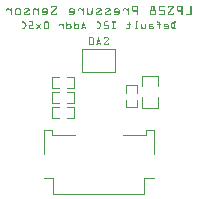
<source format=gbr>
%TF.GenerationSoftware,KiCad,Pcbnew,9.0.2*%
%TF.CreationDate,2025-05-19T10:14:33-04:00*%
%TF.ProjectId,lps28dfwBreakoutBoard,6c707332-3864-4667-9742-7265616b6f75,rev?*%
%TF.SameCoordinates,Original*%
%TF.FileFunction,Legend,Bot*%
%TF.FilePolarity,Positive*%
%FSLAX46Y46*%
G04 Gerber Fmt 4.6, Leading zero omitted, Abs format (unit mm)*
G04 Created by KiCad (PCBNEW 9.0.2) date 2025-05-19 10:14:33*
%MOMM*%
%LPD*%
G01*
G04 APERTURE LIST*
%ADD10C,0.093750*%
%ADD11C,0.200000*%
%ADD12C,0.120000*%
G04 APERTURE END LIST*
D10*
G36*
X140447291Y-102570527D02*
G01*
X140223442Y-102570527D01*
X140197383Y-102574121D01*
X140171753Y-102585182D01*
X140145819Y-102604874D01*
X140125286Y-102629643D01*
X140113265Y-102657017D01*
X140109182Y-102687993D01*
X140112449Y-102704924D01*
X140122234Y-102719042D01*
X140136250Y-102728667D01*
X140151177Y-102731728D01*
X140170846Y-102728889D01*
X140181402Y-102721882D01*
X140188609Y-102709618D01*
X140197018Y-102685245D01*
X140204291Y-102669968D01*
X140214989Y-102661441D01*
X140230083Y-102658455D01*
X140442665Y-102658455D01*
X140454785Y-102661224D01*
X140458053Y-102667980D01*
X140451412Y-102682223D01*
X140132217Y-103091131D01*
X140114774Y-103122301D01*
X140109182Y-103154420D01*
X140112263Y-103178747D01*
X140121416Y-103200900D01*
X140137118Y-103221557D01*
X140157096Y-103238061D01*
X140177627Y-103247418D01*
X140199354Y-103250500D01*
X140431445Y-103250500D01*
X140460766Y-103246676D01*
X140487205Y-103235339D01*
X140511633Y-103215878D01*
X140531060Y-103191197D01*
X140542083Y-103166073D01*
X140545705Y-103139766D01*
X140542547Y-103117939D01*
X140534233Y-103103911D01*
X140520894Y-103095403D01*
X140500597Y-103092230D01*
X140484482Y-103095330D01*
X140470921Y-103104641D01*
X140461646Y-103118168D01*
X140458602Y-103133675D01*
X140456209Y-103146243D01*
X140449123Y-103156435D01*
X140438565Y-103163184D01*
X140425309Y-103165503D01*
X140211123Y-103165503D01*
X140200472Y-103162587D01*
X140197293Y-103154741D01*
X140203933Y-103141415D01*
X140522624Y-102732781D01*
X140539626Y-102702000D01*
X140545156Y-102669263D01*
X140541967Y-102643822D01*
X140532548Y-102620971D01*
X140516488Y-102599974D01*
X140495849Y-102583502D01*
X140473050Y-102573820D01*
X140447291Y-102570527D01*
G37*
G36*
X139710500Y-102574228D02*
G01*
X139724422Y-102584747D01*
X139734071Y-102603363D01*
X139908277Y-103190599D01*
X139910842Y-103206444D01*
X139907743Y-103223570D01*
X139898569Y-103237723D01*
X139884723Y-103247250D01*
X139867290Y-103250500D01*
X139854537Y-103248652D01*
X139842744Y-103243081D01*
X139833501Y-103234962D01*
X139829921Y-103227464D01*
X139792002Y-103103954D01*
X139595769Y-103103954D01*
X139560918Y-103219267D01*
X139551937Y-103236752D01*
X139538127Y-103246859D01*
X139517916Y-103250500D01*
X139503111Y-103247443D01*
X139489752Y-103237952D01*
X139480529Y-103224093D01*
X139477433Y-103207452D01*
X139479494Y-103194675D01*
X139530872Y-103016026D01*
X139620865Y-103016026D01*
X139765853Y-103016026D01*
X139692077Y-102769830D01*
X139620865Y-103016026D01*
X139530872Y-103016026D01*
X139651090Y-102598005D01*
X139659138Y-102582776D01*
X139671901Y-102573808D01*
X139691023Y-102570527D01*
X139710500Y-102574228D01*
G37*
G36*
X139217637Y-102573264D02*
G01*
X139236886Y-102581341D01*
X139254500Y-102595120D01*
X139268280Y-102612705D01*
X139276356Y-102631923D01*
X139279092Y-102653417D01*
X139279092Y-103167610D01*
X139276384Y-103189492D01*
X139268443Y-103208809D01*
X139255004Y-103226228D01*
X139237703Y-103239742D01*
X139218307Y-103247755D01*
X139196111Y-103250500D01*
X138928619Y-103250500D01*
X138906749Y-103247773D01*
X138887433Y-103239777D01*
X138870001Y-103226228D01*
X138856397Y-103208790D01*
X138848373Y-103189474D01*
X138845638Y-103167610D01*
X138845638Y-103165503D01*
X138930680Y-103165503D01*
X139192997Y-103165503D01*
X139192997Y-102658455D01*
X138930680Y-102658455D01*
X138930680Y-103165503D01*
X138845638Y-103165503D01*
X138845638Y-102653417D01*
X138848353Y-102631908D01*
X138856359Y-102612688D01*
X138870001Y-102595120D01*
X138887435Y-102581323D01*
X138906428Y-102573256D01*
X138927612Y-102570527D01*
X139196111Y-102570527D01*
X139217637Y-102573264D01*
G37*
G36*
X146223540Y-101234513D02*
G01*
X146237448Y-101244238D01*
X146246878Y-101258366D01*
X146249996Y-101274737D01*
X146246864Y-101291589D01*
X146237448Y-101306016D01*
X146223522Y-101315920D01*
X146206949Y-101319205D01*
X146162893Y-101319205D01*
X146162893Y-101823322D01*
X146207956Y-101823322D01*
X146224529Y-101826607D01*
X146238456Y-101836511D01*
X146247872Y-101850938D01*
X146251004Y-101867790D01*
X146247887Y-101884169D01*
X146238456Y-101898335D01*
X146224551Y-101908023D01*
X146207956Y-101911250D01*
X146043504Y-101911250D01*
X146007235Y-101906226D01*
X145974857Y-101891328D01*
X145947711Y-101868202D01*
X145927733Y-101838664D01*
X145842141Y-101668762D01*
X145827575Y-101634956D01*
X145819239Y-101602854D01*
X145816566Y-101572271D01*
X145902591Y-101572271D01*
X145906072Y-101595820D01*
X145918482Y-101628142D01*
X146003571Y-101796349D01*
X146015105Y-101812168D01*
X146029126Y-101820819D01*
X146046573Y-101823322D01*
X146076798Y-101823322D01*
X146076798Y-101319205D01*
X146048633Y-101318381D01*
X146029338Y-101321402D01*
X146014690Y-101329936D01*
X146003525Y-101344392D01*
X145915414Y-101518919D01*
X145905804Y-101544731D01*
X145902591Y-101572271D01*
X145816566Y-101572271D01*
X145816542Y-101571996D01*
X145819202Y-101538804D01*
X145827171Y-101506586D01*
X145840630Y-101474955D01*
X145925672Y-101303726D01*
X145944278Y-101276711D01*
X145972017Y-101252984D01*
X146004505Y-101236779D01*
X146036818Y-101231277D01*
X146206949Y-101231277D01*
X146223540Y-101234513D01*
G37*
G36*
X145483511Y-101419087D02*
G01*
X145509437Y-101428530D01*
X145534212Y-101444685D01*
X145570070Y-101472895D01*
X145587874Y-101491438D01*
X145603134Y-101517591D01*
X145613439Y-101545225D01*
X145616186Y-101563249D01*
X145616186Y-101760857D01*
X145613384Y-101782625D01*
X145604142Y-101808118D01*
X145590231Y-101831467D01*
X145574192Y-101848097D01*
X145535769Y-101881986D01*
X145521973Y-101891366D01*
X145499133Y-101901770D01*
X145474356Y-101908977D01*
X145451734Y-101911250D01*
X145224772Y-101911250D01*
X145208975Y-101908148D01*
X145194821Y-101898610D01*
X145184951Y-101884718D01*
X145181724Y-101868751D01*
X145184925Y-101852378D01*
X145194547Y-101838664D01*
X145208532Y-101829339D01*
X145224772Y-101826253D01*
X145446102Y-101826253D01*
X145464163Y-101822619D01*
X145485028Y-101810316D01*
X145510124Y-101789250D01*
X145524469Y-101771941D01*
X145529083Y-101751789D01*
X145529083Y-101726602D01*
X145224772Y-101726602D01*
X145208567Y-101723417D01*
X145194547Y-101713733D01*
X145184897Y-101699597D01*
X145181724Y-101683325D01*
X145181724Y-101578728D01*
X145181729Y-101578682D01*
X145266766Y-101578682D01*
X145266766Y-101638674D01*
X145528030Y-101638674D01*
X145528030Y-101572042D01*
X145523843Y-101553523D01*
X145511131Y-101538703D01*
X145486035Y-101517683D01*
X145468576Y-101507249D01*
X145449628Y-101503852D01*
X145341550Y-101503852D01*
X145326319Y-101507320D01*
X145306746Y-101519743D01*
X145281604Y-101541771D01*
X145270680Y-101556911D01*
X145266766Y-101578682D01*
X145181729Y-101578682D01*
X145186048Y-101538653D01*
X145197891Y-101508166D01*
X145216574Y-101484985D01*
X145248860Y-101454073D01*
X145277505Y-101432216D01*
X145305917Y-101419924D01*
X145334910Y-101415925D01*
X145455810Y-101415925D01*
X145483511Y-101419087D01*
G37*
G36*
X144785089Y-101500922D02*
G01*
X144785089Y-101868019D01*
X144788294Y-101884676D01*
X144797912Y-101898656D01*
X144811910Y-101908124D01*
X144828137Y-101911250D01*
X144845237Y-101908080D01*
X144859415Y-101898656D01*
X144868997Y-101884679D01*
X144872192Y-101868019D01*
X144872192Y-101500922D01*
X144916247Y-101500922D01*
X144932864Y-101497755D01*
X144946747Y-101488282D01*
X144956185Y-101474432D01*
X144959295Y-101458423D01*
X144956445Y-101442730D01*
X144947800Y-101428839D01*
X144934440Y-101419277D01*
X144916247Y-101415925D01*
X144871184Y-101415925D01*
X144871184Y-101382952D01*
X144866005Y-101341269D01*
X144851001Y-101305574D01*
X144825847Y-101274417D01*
X144793422Y-101250602D01*
X144756233Y-101236251D01*
X144712869Y-101231277D01*
X144611936Y-101231277D01*
X144595345Y-101234513D01*
X144581436Y-101244238D01*
X144572051Y-101258507D01*
X144568888Y-101275745D01*
X144572064Y-101292103D01*
X144581711Y-101306290D01*
X144595734Y-101316010D01*
X144611936Y-101319205D01*
X144712869Y-101319205D01*
X144741391Y-101323840D01*
X144763840Y-101337157D01*
X144778957Y-101357573D01*
X144784081Y-101383502D01*
X144784081Y-101415925D01*
X144698031Y-101415925D01*
X144681808Y-101418684D01*
X144667806Y-101428061D01*
X144658176Y-101442002D01*
X144654984Y-101458423D01*
X144658153Y-101474411D01*
X144667806Y-101488282D01*
X144681809Y-101497786D01*
X144698031Y-101500922D01*
X144785089Y-101500922D01*
G37*
G36*
X144235049Y-101419041D02*
G01*
X144248915Y-101428336D01*
X144258321Y-101442028D01*
X144261463Y-101458423D01*
X144258304Y-101474415D01*
X144248686Y-101488282D01*
X144234645Y-101497787D01*
X144218415Y-101500922D01*
X144054971Y-101500922D01*
X144038369Y-101504128D01*
X144024471Y-101513744D01*
X144015076Y-101527855D01*
X144011923Y-101544794D01*
X144010915Y-101606892D01*
X144050895Y-101600573D01*
X144219422Y-101600573D01*
X144253725Y-101604860D01*
X144284043Y-101617439D01*
X144311426Y-101638766D01*
X144332725Y-101666145D01*
X144345291Y-101696463D01*
X144349573Y-101730769D01*
X144349573Y-101781053D01*
X144345294Y-101815700D01*
X144332782Y-101846099D01*
X144311655Y-101873331D01*
X144284451Y-101894457D01*
X144254068Y-101906969D01*
X144219422Y-101911250D01*
X144073930Y-101911250D01*
X144001161Y-101867286D01*
X143997957Y-101884254D01*
X143988384Y-101898427D01*
X143974188Y-101908029D01*
X143957106Y-101911250D01*
X143940915Y-101908136D01*
X143926926Y-101898702D01*
X143917308Y-101884766D01*
X143914104Y-101868156D01*
X143917440Y-101767635D01*
X144004275Y-101767635D01*
X144098018Y-101823322D01*
X144219422Y-101823322D01*
X144235635Y-101820138D01*
X144249693Y-101810454D01*
X144259305Y-101796358D01*
X144262470Y-101780091D01*
X144262470Y-101731731D01*
X144259323Y-101715060D01*
X144249922Y-101701140D01*
X144236039Y-101691666D01*
X144219422Y-101688500D01*
X144049887Y-101688500D01*
X144033289Y-101691595D01*
X144019662Y-101700773D01*
X144010344Y-101714423D01*
X144006840Y-101731365D01*
X144004275Y-101767635D01*
X143917440Y-101767635D01*
X143924820Y-101545252D01*
X143929954Y-101510554D01*
X143942915Y-101480276D01*
X143964021Y-101453386D01*
X143991002Y-101432490D01*
X144020970Y-101420140D01*
X144054971Y-101415925D01*
X144218415Y-101415925D01*
X144235049Y-101419041D01*
G37*
G36*
X143509271Y-101823322D02*
G01*
X143364282Y-101732464D01*
X143364282Y-101460026D01*
X143361152Y-101443316D01*
X143351734Y-101429023D01*
X143337815Y-101419191D01*
X143321235Y-101415925D01*
X143304690Y-101419179D01*
X143290781Y-101428977D01*
X143281363Y-101443270D01*
X143278233Y-101459980D01*
X143278233Y-101868202D01*
X143281406Y-101884418D01*
X143291055Y-101898473D01*
X143305062Y-101908086D01*
X143321235Y-101911250D01*
X143337462Y-101908105D01*
X143351505Y-101898564D01*
X143361124Y-101884615D01*
X143364282Y-101868568D01*
X143364282Y-101835046D01*
X143439066Y-101883314D01*
X143469389Y-101899173D01*
X143498940Y-101908278D01*
X143528230Y-101911250D01*
X143568210Y-101911250D01*
X143601889Y-101907103D01*
X143631781Y-101894925D01*
X143658885Y-101874293D01*
X143680298Y-101847726D01*
X143693665Y-101817928D01*
X143699368Y-101783938D01*
X143711641Y-101459019D01*
X143709237Y-101443243D01*
X143699643Y-101429023D01*
X143685269Y-101419173D01*
X143668594Y-101415925D01*
X143652464Y-101419105D01*
X143638643Y-101428748D01*
X143629085Y-101442742D01*
X143625592Y-101458973D01*
X143614326Y-101777206D01*
X143610311Y-101797709D01*
X143600799Y-101811401D01*
X143585370Y-101820035D01*
X143561570Y-101823322D01*
X143509271Y-101823322D01*
G37*
G36*
X142732533Y-101911250D02*
G01*
X142992789Y-101911250D01*
X143009362Y-101907964D01*
X143023289Y-101898060D01*
X143032705Y-101883633D01*
X143035837Y-101866782D01*
X143032719Y-101850411D01*
X143023289Y-101836282D01*
X143009380Y-101826558D01*
X142992789Y-101823322D01*
X142906739Y-101823322D01*
X142906739Y-101316274D01*
X142993796Y-101316274D01*
X143010434Y-101313168D01*
X143024296Y-101303909D01*
X143033704Y-101290179D01*
X143036844Y-101273776D01*
X143033702Y-101257381D01*
X143024296Y-101243688D01*
X143010431Y-101234394D01*
X142993796Y-101231277D01*
X142862684Y-101231277D01*
X142846472Y-101234443D01*
X142832459Y-101244054D01*
X142822807Y-101258058D01*
X142819636Y-101274188D01*
X142819636Y-101823322D01*
X142732533Y-101823322D01*
X142716335Y-101826527D01*
X142702308Y-101836282D01*
X142692663Y-101850432D01*
X142689485Y-101866782D01*
X142692617Y-101883633D01*
X142702033Y-101898060D01*
X142715960Y-101907964D01*
X142732533Y-101911250D01*
G37*
G36*
X142143831Y-101911250D02*
G01*
X142229881Y-101911250D01*
X142263865Y-101906990D01*
X142294102Y-101894455D01*
X142321610Y-101873148D01*
X142343086Y-101845811D01*
X142355729Y-101815614D01*
X142360032Y-101781511D01*
X142360032Y-101500922D01*
X142404087Y-101500922D01*
X142420743Y-101497866D01*
X142434587Y-101488786D01*
X142443963Y-101475212D01*
X142447135Y-101458423D01*
X142443993Y-101442028D01*
X142434587Y-101428336D01*
X142420722Y-101419041D01*
X142404087Y-101415925D01*
X142358979Y-101415925D01*
X142358979Y-101309725D01*
X142355833Y-101293046D01*
X142346431Y-101279088D01*
X142332547Y-101269615D01*
X142315931Y-101266448D01*
X142300155Y-101269608D01*
X142285981Y-101279363D01*
X142276153Y-101293479D01*
X142272929Y-101309725D01*
X142272929Y-101415925D01*
X142099776Y-101415925D01*
X142083553Y-101419061D01*
X142069551Y-101428565D01*
X142059897Y-101442435D01*
X142056728Y-101458423D01*
X142059928Y-101474805D01*
X142069551Y-101488557D01*
X142083532Y-101497845D01*
X142099776Y-101500922D01*
X142273937Y-101500922D01*
X142273937Y-101782793D01*
X142270711Y-101799134D01*
X142260885Y-101813339D01*
X142246531Y-101823047D01*
X142229881Y-101826253D01*
X142145846Y-101826253D01*
X142125598Y-101822221D01*
X142110793Y-101810583D01*
X142100234Y-101789617D01*
X142089772Y-101768458D01*
X142075586Y-101756915D01*
X142056682Y-101752980D01*
X142039307Y-101756155D01*
X142025725Y-101765391D01*
X142016755Y-101779183D01*
X142013680Y-101796486D01*
X142017351Y-101820787D01*
X142028974Y-101846040D01*
X142050317Y-101873102D01*
X142076804Y-101894185D01*
X142107541Y-101906852D01*
X142143831Y-101911250D01*
G37*
G36*
X141136467Y-101231277D02*
G01*
X140788100Y-101231277D01*
X140772328Y-101234447D01*
X140758150Y-101244238D01*
X140748289Y-101258408D01*
X140745053Y-101274737D01*
X140748244Y-101291568D01*
X140757875Y-101306016D01*
X140771920Y-101315951D01*
X140788100Y-101319205D01*
X140918206Y-101319205D01*
X140918206Y-101826253D01*
X140788100Y-101826253D01*
X140771466Y-101829369D01*
X140757601Y-101838664D01*
X140748194Y-101852356D01*
X140745053Y-101868751D01*
X140748253Y-101885133D01*
X140757875Y-101898885D01*
X140771857Y-101908173D01*
X140788100Y-101911250D01*
X141136467Y-101911250D01*
X141153105Y-101908143D01*
X141166967Y-101898885D01*
X141176374Y-101885154D01*
X141179515Y-101868751D01*
X141176373Y-101852356D01*
X141166967Y-101838664D01*
X141153101Y-101829369D01*
X141136467Y-101826253D01*
X141004255Y-101826253D01*
X141004255Y-101319205D01*
X141136467Y-101319205D01*
X141153062Y-101315979D01*
X141166967Y-101306290D01*
X141176398Y-101292124D01*
X141179515Y-101275745D01*
X141176352Y-101258507D01*
X141166967Y-101244238D01*
X141153058Y-101234513D01*
X141136467Y-101231277D01*
G37*
G36*
X140154290Y-101911250D02*
G01*
X140545705Y-101911250D01*
X140545705Y-101614311D01*
X140542860Y-101591472D01*
X140534505Y-101571232D01*
X140520334Y-101552899D01*
X140502136Y-101538574D01*
X140482123Y-101530158D01*
X140459609Y-101527300D01*
X140198300Y-101527300D01*
X140198300Y-101316274D01*
X140505725Y-101316274D01*
X140522757Y-101313138D01*
X140536500Y-101303909D01*
X140545693Y-101290200D01*
X140548773Y-101273776D01*
X140545691Y-101257359D01*
X140536500Y-101243688D01*
X140522754Y-101234423D01*
X140505725Y-101231277D01*
X140198346Y-101231277D01*
X140175482Y-101234132D01*
X140155227Y-101242516D01*
X140136888Y-101256740D01*
X140122541Y-101274972D01*
X140114108Y-101295045D01*
X140111242Y-101317648D01*
X140111242Y-101527849D01*
X140114135Y-101551120D01*
X140122594Y-101571530D01*
X140136888Y-101589811D01*
X140155224Y-101604007D01*
X140175479Y-101612377D01*
X140198346Y-101615227D01*
X140459609Y-101615227D01*
X140459609Y-101826253D01*
X140154290Y-101826253D01*
X140138050Y-101829339D01*
X140124065Y-101838664D01*
X140114444Y-101852378D01*
X140111242Y-101868751D01*
X140114442Y-101885133D01*
X140124065Y-101898885D01*
X140138047Y-101908173D01*
X140154290Y-101911250D01*
G37*
G36*
X139674628Y-101826253D02*
G01*
X139519427Y-101826253D01*
X139502706Y-101829353D01*
X139488423Y-101838664D01*
X139478622Y-101852396D01*
X139475371Y-101868751D01*
X139478631Y-101885111D01*
X139488469Y-101898885D01*
X139502742Y-101908162D01*
X139519427Y-101911250D01*
X139680306Y-101911250D01*
X139710695Y-101906697D01*
X139743825Y-101892015D01*
X139772590Y-101870625D01*
X139789437Y-101848647D01*
X139888814Y-101656306D01*
X139903857Y-101613926D01*
X139908780Y-101571126D01*
X139903815Y-101525175D01*
X139889821Y-101487687D01*
X139789391Y-101298230D01*
X139771603Y-101273808D01*
X139744832Y-101251473D01*
X139714169Y-101236002D01*
X139686443Y-101231277D01*
X139516358Y-101231277D01*
X139499767Y-101234513D01*
X139485859Y-101244238D01*
X139476429Y-101258366D01*
X139473311Y-101274737D01*
X139476443Y-101291589D01*
X139485859Y-101306016D01*
X139499785Y-101315920D01*
X139516358Y-101319205D01*
X139680306Y-101319205D01*
X139692618Y-101321335D01*
X139703532Y-101328649D01*
X139713600Y-101342561D01*
X139808900Y-101519927D01*
X139817215Y-101542162D01*
X139820166Y-101569432D01*
X139816979Y-101598283D01*
X139807847Y-101622738D01*
X139716668Y-101798913D01*
X139706071Y-101814306D01*
X139692392Y-101823154D01*
X139674628Y-101826253D01*
G37*
G36*
X138442879Y-101234978D02*
G01*
X138456801Y-101245497D01*
X138466450Y-101264113D01*
X138640656Y-101851349D01*
X138643221Y-101867194D01*
X138640122Y-101884320D01*
X138630948Y-101898473D01*
X138617102Y-101908000D01*
X138599669Y-101911250D01*
X138586916Y-101909402D01*
X138575123Y-101903831D01*
X138565880Y-101895712D01*
X138562300Y-101888214D01*
X138524381Y-101764704D01*
X138328148Y-101764704D01*
X138293297Y-101880017D01*
X138284316Y-101897502D01*
X138270506Y-101907609D01*
X138250295Y-101911250D01*
X138235490Y-101908193D01*
X138222131Y-101898702D01*
X138212908Y-101884843D01*
X138209812Y-101868202D01*
X138211873Y-101855425D01*
X138263251Y-101676776D01*
X138353243Y-101676776D01*
X138498232Y-101676776D01*
X138424456Y-101430580D01*
X138353243Y-101676776D01*
X138263251Y-101676776D01*
X138383469Y-101258755D01*
X138391517Y-101243526D01*
X138404280Y-101234558D01*
X138423402Y-101231277D01*
X138442879Y-101234978D01*
G37*
G36*
X137637176Y-101234406D02*
G01*
X137650786Y-101243825D01*
X137659975Y-101257674D01*
X137663059Y-101274279D01*
X137663059Y-101477474D01*
X137692780Y-101452149D01*
X137722024Y-101431725D01*
X137752503Y-101419877D01*
X137785012Y-101415925D01*
X137846974Y-101415925D01*
X137879919Y-101419630D01*
X137909351Y-101430484D01*
X137936138Y-101448715D01*
X137971492Y-101478940D01*
X137986233Y-101495268D01*
X138000206Y-101520201D01*
X138009432Y-101548131D01*
X138012479Y-101576759D01*
X138012479Y-101751927D01*
X138009877Y-101776214D01*
X138001488Y-101803676D01*
X137989262Y-101828806D01*
X137978132Y-101843106D01*
X137942274Y-101873331D01*
X137911354Y-101895274D01*
X137882268Y-101907392D01*
X137854164Y-101911250D01*
X137780891Y-101911250D01*
X137755375Y-101908027D01*
X137727762Y-101897757D01*
X137697238Y-101879001D01*
X137663059Y-101849700D01*
X137663059Y-101868522D01*
X137659976Y-101885033D01*
X137650786Y-101898793D01*
X137637036Y-101908093D01*
X137620011Y-101911250D01*
X137603817Y-101908146D01*
X137589832Y-101898747D01*
X137580213Y-101884856D01*
X137577009Y-101868293D01*
X137577009Y-101623058D01*
X137663059Y-101623058D01*
X137663059Y-101716298D01*
X137667271Y-101736421D01*
X137679958Y-101752843D01*
X137748101Y-101807843D01*
X137767027Y-101820022D01*
X137780891Y-101823322D01*
X137851095Y-101823322D01*
X137865263Y-101820521D01*
X137879260Y-101811598D01*
X137907470Y-101787647D01*
X137920379Y-101772046D01*
X137924368Y-101755545D01*
X137924368Y-101574149D01*
X137920751Y-101555983D01*
X137910034Y-101541542D01*
X137882374Y-101517591D01*
X137865908Y-101507213D01*
X137848027Y-101503852D01*
X137788081Y-101503852D01*
X137766835Y-101507239D01*
X137751170Y-101516721D01*
X137681011Y-101576851D01*
X137667905Y-101594970D01*
X137663059Y-101623058D01*
X137577009Y-101623058D01*
X137577009Y-101274234D01*
X137580264Y-101257697D01*
X137590061Y-101243825D01*
X137604355Y-101234408D01*
X137621064Y-101231277D01*
X137637176Y-101234406D01*
G37*
G36*
X137003366Y-101234406D02*
G01*
X137016976Y-101243825D01*
X137026165Y-101257674D01*
X137029249Y-101274279D01*
X137029249Y-101477474D01*
X137058970Y-101452149D01*
X137088214Y-101431725D01*
X137118693Y-101419877D01*
X137151202Y-101415925D01*
X137213164Y-101415925D01*
X137246109Y-101419630D01*
X137275540Y-101430484D01*
X137302328Y-101448715D01*
X137337682Y-101478940D01*
X137352423Y-101495268D01*
X137366396Y-101520201D01*
X137375622Y-101548131D01*
X137378669Y-101576759D01*
X137378669Y-101751927D01*
X137376067Y-101776214D01*
X137367678Y-101803676D01*
X137355451Y-101828806D01*
X137344322Y-101843106D01*
X137308464Y-101873331D01*
X137277544Y-101895274D01*
X137248458Y-101907392D01*
X137220354Y-101911250D01*
X137147081Y-101911250D01*
X137121565Y-101908027D01*
X137093952Y-101897757D01*
X137063428Y-101879001D01*
X137029249Y-101849700D01*
X137029249Y-101868522D01*
X137026166Y-101885033D01*
X137016976Y-101898793D01*
X137003226Y-101908093D01*
X136986201Y-101911250D01*
X136970007Y-101908146D01*
X136956022Y-101898747D01*
X136946403Y-101884856D01*
X136943199Y-101868293D01*
X136943199Y-101623058D01*
X137029249Y-101623058D01*
X137029249Y-101716298D01*
X137033461Y-101736421D01*
X137046147Y-101752843D01*
X137114291Y-101807843D01*
X137133216Y-101820022D01*
X137147081Y-101823322D01*
X137217285Y-101823322D01*
X137231452Y-101820521D01*
X137245449Y-101811598D01*
X137273660Y-101787647D01*
X137286569Y-101772046D01*
X137290558Y-101755545D01*
X137290558Y-101574149D01*
X137286941Y-101555983D01*
X137276224Y-101541542D01*
X137248564Y-101517591D01*
X137232098Y-101507213D01*
X137214217Y-101503852D01*
X137154271Y-101503852D01*
X137133025Y-101507239D01*
X137117359Y-101516721D01*
X137047201Y-101576851D01*
X137034094Y-101594970D01*
X137029249Y-101623058D01*
X136943199Y-101623058D01*
X136943199Y-101274234D01*
X136946454Y-101257697D01*
X136956251Y-101243825D01*
X136970544Y-101234408D01*
X136987254Y-101231277D01*
X137003366Y-101234406D01*
G37*
G36*
X136741790Y-101868202D02*
G01*
X136741790Y-101459980D01*
X136738660Y-101443270D01*
X136729242Y-101428977D01*
X136715326Y-101419181D01*
X136698742Y-101415925D01*
X136682169Y-101419099D01*
X136668288Y-101428610D01*
X136658896Y-101442601D01*
X136655740Y-101459477D01*
X136655740Y-101512645D01*
X136585536Y-101452790D01*
X136555013Y-101431339D01*
X136526961Y-101419617D01*
X136500494Y-101415925D01*
X136437479Y-101415925D01*
X136403533Y-101420181D01*
X136373485Y-101432680D01*
X136346300Y-101453890D01*
X136325120Y-101481073D01*
X136312634Y-101511135D01*
X136308381Y-101545114D01*
X136308381Y-101568195D01*
X136311541Y-101585299D01*
X136320929Y-101599474D01*
X136334821Y-101609092D01*
X136351383Y-101612296D01*
X136367996Y-101609120D01*
X136381883Y-101599611D01*
X136391281Y-101585595D01*
X136394431Y-101568790D01*
X136394431Y-101544427D01*
X136397581Y-101527622D01*
X136406979Y-101513607D01*
X136420866Y-101504098D01*
X136437479Y-101500922D01*
X136493304Y-101500922D01*
X136510985Y-101505098D01*
X136533283Y-101520018D01*
X136655740Y-101626951D01*
X136655740Y-101868064D01*
X136658947Y-101884714D01*
X136668563Y-101898656D01*
X136682556Y-101908126D01*
X136698742Y-101911250D01*
X136715366Y-101908103D01*
X136729242Y-101898702D01*
X136738644Y-101884825D01*
X136741790Y-101868202D01*
G37*
G36*
X135414775Y-101234014D02*
G01*
X135434024Y-101242091D01*
X135451638Y-101255870D01*
X135465418Y-101273455D01*
X135473494Y-101292673D01*
X135476231Y-101314167D01*
X135476231Y-101828360D01*
X135473522Y-101850242D01*
X135465581Y-101869559D01*
X135452142Y-101886978D01*
X135434841Y-101900492D01*
X135415445Y-101908505D01*
X135393249Y-101911250D01*
X135125757Y-101911250D01*
X135103887Y-101908523D01*
X135084571Y-101900527D01*
X135067139Y-101886978D01*
X135053535Y-101869540D01*
X135045511Y-101850224D01*
X135042776Y-101828360D01*
X135042776Y-101826253D01*
X135127818Y-101826253D01*
X135390135Y-101826253D01*
X135390135Y-101319205D01*
X135127818Y-101319205D01*
X135127818Y-101826253D01*
X135042776Y-101826253D01*
X135042776Y-101314167D01*
X135045491Y-101292658D01*
X135053497Y-101273438D01*
X135067139Y-101255870D01*
X135084573Y-101242073D01*
X135103566Y-101234006D01*
X135124750Y-101231277D01*
X135393249Y-101231277D01*
X135414775Y-101234014D01*
G37*
G36*
X134615962Y-101724495D02*
G01*
X134756874Y-101893343D01*
X134772593Y-101906891D01*
X134791175Y-101911250D01*
X134808175Y-101908023D01*
X134821950Y-101898473D01*
X134831124Y-101884320D01*
X134834223Y-101867194D01*
X134832038Y-101852035D01*
X134826026Y-101841045D01*
X134671786Y-101656443D01*
X134814256Y-101485626D01*
X134821558Y-101473527D01*
X134823965Y-101459980D01*
X134821008Y-101444055D01*
X134811921Y-101429526D01*
X134798240Y-101419361D01*
X134780963Y-101415925D01*
X134761415Y-101419966D01*
X134746112Y-101431953D01*
X134615962Y-101589124D01*
X134482742Y-101429435D01*
X134468914Y-101419309D01*
X134452014Y-101415925D01*
X134436523Y-101418757D01*
X134422292Y-101427465D01*
X134412311Y-101440567D01*
X134408966Y-101456912D01*
X134410651Y-101472764D01*
X134414599Y-101481000D01*
X134559587Y-101656443D01*
X134407454Y-101841045D01*
X134400986Y-101851821D01*
X134398753Y-101865271D01*
X134402065Y-101883424D01*
X134411805Y-101898106D01*
X134425996Y-101908041D01*
X134441755Y-101911250D01*
X134460124Y-101906940D01*
X134476606Y-101893298D01*
X134615962Y-101724495D01*
G37*
G36*
X134049288Y-101826253D02*
G01*
X133849985Y-101826253D01*
X133849985Y-101612296D01*
X134110241Y-101612296D01*
X134110241Y-101231277D01*
X133806938Y-101231277D01*
X133790715Y-101234413D01*
X133776713Y-101243917D01*
X133767059Y-101257788D01*
X133763890Y-101273776D01*
X133767030Y-101290179D01*
X133776438Y-101303909D01*
X133790300Y-101313168D01*
X133806938Y-101316274D01*
X134023138Y-101316274D01*
X134023138Y-101527300D01*
X133849985Y-101527300D01*
X133827802Y-101530148D01*
X133807871Y-101538574D01*
X133789535Y-101552991D01*
X133775147Y-101571353D01*
X133766734Y-101591315D01*
X133763890Y-101613533D01*
X133763890Y-101825017D01*
X133766727Y-101847577D01*
X133775074Y-101867622D01*
X133789261Y-101885833D01*
X133807445Y-101900048D01*
X133827460Y-101908408D01*
X133849985Y-101911250D01*
X134049288Y-101911250D01*
X134076053Y-101908234D01*
X134106166Y-101898518D01*
X134171195Y-101871591D01*
X134185754Y-101862273D01*
X134194290Y-101849130D01*
X134197345Y-101830878D01*
X134194373Y-101814328D01*
X134185575Y-101800607D01*
X134172460Y-101791252D01*
X134156861Y-101788151D01*
X134143776Y-101789899D01*
X134127140Y-101795891D01*
X134070308Y-101820071D01*
X134059784Y-101824748D01*
X134049288Y-101826253D01*
G37*
G36*
X133336526Y-101826253D02*
G01*
X133181325Y-101826253D01*
X133164604Y-101829353D01*
X133150321Y-101838664D01*
X133140520Y-101852396D01*
X133137270Y-101868751D01*
X133140529Y-101885111D01*
X133150367Y-101898885D01*
X133164640Y-101908162D01*
X133181325Y-101911250D01*
X133342205Y-101911250D01*
X133372593Y-101906697D01*
X133405723Y-101892015D01*
X133434488Y-101870625D01*
X133451335Y-101848647D01*
X133550712Y-101656306D01*
X133565755Y-101613926D01*
X133570678Y-101571126D01*
X133565713Y-101525175D01*
X133551719Y-101487687D01*
X133451290Y-101298230D01*
X133433501Y-101273808D01*
X133406730Y-101251473D01*
X133376067Y-101236002D01*
X133348341Y-101231277D01*
X133178257Y-101231277D01*
X133161665Y-101234513D01*
X133147757Y-101244238D01*
X133138327Y-101258366D01*
X133135209Y-101274737D01*
X133138341Y-101291589D01*
X133147757Y-101306016D01*
X133161683Y-101315920D01*
X133178257Y-101319205D01*
X133342205Y-101319205D01*
X133354516Y-101321335D01*
X133365430Y-101328649D01*
X133375498Y-101342561D01*
X133470798Y-101519927D01*
X133479113Y-101542162D01*
X133482064Y-101569432D01*
X133478878Y-101598283D01*
X133469745Y-101622738D01*
X133378566Y-101798913D01*
X133367969Y-101814306D01*
X133354290Y-101823154D01*
X133336526Y-101826253D01*
G37*
D11*
G36*
X147558733Y-100703500D02*
G01*
X147558733Y-99937322D01*
X147554805Y-99917296D01*
X147542851Y-99899898D01*
X147525437Y-99887949D01*
X147505317Y-99884016D01*
X147485247Y-99887958D01*
X147467838Y-99899953D01*
X147455886Y-99917358D01*
X147451956Y-99937432D01*
X147451956Y-100597987D01*
X147088486Y-100597987D01*
X147067798Y-100601827D01*
X147050072Y-100613374D01*
X147037901Y-100630413D01*
X147033861Y-100650743D01*
X147037899Y-100671083D01*
X147050072Y-100688167D01*
X147067794Y-100699671D01*
X147088486Y-100703500D01*
X147558733Y-100703500D01*
G37*
G36*
X146798160Y-100650193D02*
G01*
X146794191Y-100670730D01*
X146782278Y-100687947D01*
X146764722Y-100699583D01*
X146743535Y-100703500D01*
X146722930Y-100699588D01*
X146705727Y-100687892D01*
X146694032Y-100670636D01*
X146690120Y-100649974D01*
X146690120Y-100390478D01*
X146429964Y-100390478D01*
X146388759Y-100385335D01*
X146352302Y-100370241D01*
X146319341Y-100344646D01*
X146293606Y-100311741D01*
X146278448Y-100275394D01*
X146273289Y-100234352D01*
X146273289Y-100042670D01*
X146380120Y-100042670D01*
X146380120Y-100235341D01*
X146383830Y-100254493D01*
X146394958Y-100270512D01*
X146411196Y-100281374D01*
X146430019Y-100284965D01*
X146690120Y-100284965D01*
X146690120Y-99993046D01*
X146430019Y-99993046D01*
X146411196Y-99996637D01*
X146394958Y-100007499D01*
X146383830Y-100023518D01*
X146380120Y-100042670D01*
X146273289Y-100042670D01*
X146273289Y-100041351D01*
X146278463Y-100000309D01*
X146293696Y-99963772D01*
X146319615Y-99930508D01*
X146352815Y-99904472D01*
X146389190Y-99889197D01*
X146429964Y-99884016D01*
X146798160Y-99884016D01*
X146798160Y-100650193D01*
G37*
G36*
X145918996Y-99884016D02*
G01*
X145650378Y-99884016D01*
X145618651Y-99888384D01*
X145587495Y-99901822D01*
X145556021Y-99925726D01*
X145531076Y-99955809D01*
X145516469Y-99989073D01*
X145511507Y-100026733D01*
X145515566Y-100047754D01*
X145527719Y-100065256D01*
X145545086Y-100077175D01*
X145563659Y-100080973D01*
X145588003Y-100077446D01*
X145601138Y-100068718D01*
X145610098Y-100053614D01*
X145620153Y-100024755D01*
X145628692Y-100006592D01*
X145641074Y-99996540D01*
X145658346Y-99993046D01*
X145913446Y-99993046D01*
X145926686Y-99995914D01*
X145930152Y-100002718D01*
X145922568Y-100018710D01*
X145539534Y-100509400D01*
X145518312Y-100547328D01*
X145511507Y-100586446D01*
X145515260Y-100616094D01*
X145526408Y-100643075D01*
X145545524Y-100668219D01*
X145569858Y-100688328D01*
X145594912Y-100699739D01*
X145621472Y-100703500D01*
X145899982Y-100703500D01*
X145935620Y-100698851D01*
X145967764Y-100685068D01*
X145997471Y-100661404D01*
X146021058Y-100631432D01*
X146034449Y-100600885D01*
X146038852Y-100568861D01*
X146034942Y-100541869D01*
X146024646Y-100524515D01*
X146008119Y-100513987D01*
X145982963Y-100510059D01*
X145962955Y-100513902D01*
X145946089Y-100525446D01*
X145934586Y-100542272D01*
X145930811Y-100561552D01*
X145928079Y-100575930D01*
X145919985Y-100587600D01*
X145907864Y-100595328D01*
X145892618Y-100597987D01*
X145635595Y-100597987D01*
X145624128Y-100594931D01*
X145620757Y-100586831D01*
X145628341Y-100571938D01*
X146010770Y-100081578D01*
X146031462Y-100044117D01*
X146038193Y-100004257D01*
X146034306Y-99973274D01*
X146022824Y-99945435D01*
X146003241Y-99919846D01*
X145978120Y-99899804D01*
X145950363Y-99888023D01*
X145918996Y-99884016D01*
G37*
G36*
X144806824Y-100703500D02*
G01*
X145278280Y-100703500D01*
X145278280Y-100345415D01*
X145274810Y-100317553D01*
X145264621Y-100292865D01*
X145247340Y-100270512D01*
X145225110Y-100253011D01*
X145200677Y-100242733D01*
X145173207Y-100239243D01*
X144861394Y-100239243D01*
X144861394Y-99989529D01*
X145228546Y-99989529D01*
X145249641Y-99985629D01*
X145266684Y-99974142D01*
X145278129Y-99957138D01*
X145281962Y-99936772D01*
X145278129Y-99916406D01*
X145266684Y-99899403D01*
X145249641Y-99887915D01*
X145228546Y-99884016D01*
X144859690Y-99884016D01*
X144831797Y-99887496D01*
X144807074Y-99897720D01*
X144784677Y-99915065D01*
X144767184Y-99937333D01*
X144756902Y-99961838D01*
X144753408Y-99989419D01*
X144753408Y-100241661D01*
X144756935Y-100270041D01*
X144767249Y-100294931D01*
X144784677Y-100317223D01*
X144807074Y-100334569D01*
X144831797Y-100344792D01*
X144859690Y-100348273D01*
X145171448Y-100348273D01*
X145171448Y-100597987D01*
X144806824Y-100597987D01*
X144786665Y-100601813D01*
X144769290Y-100613374D01*
X144757377Y-100630387D01*
X144753408Y-100650743D01*
X144757375Y-100671109D01*
X144769290Y-100688167D01*
X144786661Y-100699685D01*
X144806824Y-100703500D01*
G37*
G36*
X144383268Y-99887952D02*
G01*
X144400324Y-99899568D01*
X144411765Y-99916738D01*
X144415602Y-99937322D01*
X144415602Y-100239243D01*
X144442335Y-100242675D01*
X144466494Y-100252850D01*
X144488856Y-100270292D01*
X144506354Y-100292523D01*
X144516634Y-100316974D01*
X144520126Y-100344481D01*
X144520126Y-100597052D01*
X144516749Y-100623403D01*
X144506644Y-100647804D01*
X144489186Y-100670966D01*
X144466874Y-100689156D01*
X144442062Y-100699854D01*
X144413843Y-100703500D01*
X144100272Y-100703500D01*
X144073210Y-100700059D01*
X144048891Y-100689886D01*
X144026523Y-100672505D01*
X144009023Y-100650240D01*
X143998745Y-100625770D01*
X143995254Y-100598261D01*
X143995254Y-100597987D01*
X144102086Y-100597987D01*
X144412085Y-100597987D01*
X144412085Y-100344756D01*
X144102086Y-100344756D01*
X144102086Y-100597987D01*
X143995254Y-100597987D01*
X143995254Y-100344481D01*
X143998796Y-100316124D01*
X144009120Y-100291485D01*
X144026523Y-100269633D01*
X144048816Y-100252521D01*
X144072590Y-100242579D01*
X144098569Y-100239243D01*
X144205345Y-100239243D01*
X144308825Y-100239243D01*
X144308825Y-99989529D01*
X144205345Y-99989529D01*
X144205345Y-100239243D01*
X144098569Y-100239243D01*
X144098569Y-99937322D01*
X144102478Y-99916764D01*
X144114176Y-99899568D01*
X144131375Y-99887916D01*
X144151984Y-99884016D01*
X144362186Y-99884016D01*
X144383268Y-99887952D01*
G37*
G36*
X142995299Y-100650193D02*
G01*
X142991330Y-100670730D01*
X142979417Y-100687947D01*
X142961861Y-100699583D01*
X142940674Y-100703500D01*
X142920069Y-100699588D01*
X142902865Y-100687892D01*
X142891171Y-100670636D01*
X142887258Y-100649974D01*
X142887258Y-100390478D01*
X142627103Y-100390478D01*
X142585898Y-100385335D01*
X142549441Y-100370241D01*
X142516479Y-100344646D01*
X142490744Y-100311741D01*
X142475587Y-100275394D01*
X142470427Y-100234352D01*
X142470427Y-100042670D01*
X142577259Y-100042670D01*
X142577259Y-100235341D01*
X142580969Y-100254493D01*
X142592097Y-100270512D01*
X142608335Y-100281374D01*
X142627158Y-100284965D01*
X142887258Y-100284965D01*
X142887258Y-99993046D01*
X142627158Y-99993046D01*
X142608335Y-99996637D01*
X142592097Y-100007499D01*
X142580969Y-100023518D01*
X142577259Y-100042670D01*
X142470427Y-100042670D01*
X142470427Y-100041351D01*
X142475602Y-100000309D01*
X142490835Y-99963772D01*
X142516754Y-99930508D01*
X142549954Y-99904472D01*
X142586329Y-99889197D01*
X142627103Y-99884016D01*
X142995299Y-99884016D01*
X142995299Y-100650193D01*
G37*
G36*
X142234727Y-100650084D02*
G01*
X142234727Y-100160218D01*
X142230846Y-100139505D01*
X142219175Y-100121805D01*
X142201916Y-100109639D01*
X142181311Y-100105593D01*
X142160762Y-100109526D01*
X142143557Y-100121310D01*
X142131872Y-100138696D01*
X142127950Y-100159613D01*
X142127950Y-100219624D01*
X142046617Y-100150271D01*
X142009641Y-100124286D01*
X141975596Y-100110074D01*
X141943412Y-100105593D01*
X141867795Y-100105593D01*
X141826604Y-100110756D01*
X141790149Y-100125918D01*
X141757171Y-100151645D01*
X141731445Y-100184657D01*
X141716283Y-100221150D01*
X141711119Y-100262379D01*
X141711119Y-100290076D01*
X141715046Y-100311267D01*
X141726726Y-100328874D01*
X141743944Y-100340786D01*
X141764480Y-100344756D01*
X141785086Y-100340821D01*
X141802344Y-100329039D01*
X141813993Y-100311627D01*
X141817896Y-100290790D01*
X141817896Y-100261554D01*
X141821554Y-100242059D01*
X141832459Y-100225834D01*
X141848530Y-100214795D01*
X141867795Y-100211106D01*
X141934785Y-100211106D01*
X141955382Y-100216003D01*
X141981606Y-100233582D01*
X142127950Y-100361407D01*
X142127950Y-100649919D01*
X142131921Y-100670569D01*
X142143832Y-100687892D01*
X142161216Y-100699628D01*
X142181311Y-100703500D01*
X142201930Y-100699601D01*
X142219175Y-100687947D01*
X142230829Y-100670702D01*
X142234727Y-100650084D01*
G37*
G36*
X141314839Y-100109430D02*
G01*
X141346314Y-100120888D01*
X141376390Y-100140489D01*
X141419420Y-100174341D01*
X141441078Y-100196889D01*
X141459592Y-100228581D01*
X141472080Y-100262132D01*
X141475419Y-100284141D01*
X141475419Y-100521270D01*
X141472013Y-100547766D01*
X141460801Y-100578698D01*
X141443914Y-100607077D01*
X141424421Y-100627332D01*
X141378314Y-100667944D01*
X141361515Y-100679388D01*
X141333801Y-100692014D01*
X141303785Y-100700744D01*
X141276318Y-100703500D01*
X141003963Y-100703500D01*
X140984336Y-100699655D01*
X140966759Y-100687837D01*
X140954547Y-100670612D01*
X140950547Y-100650743D01*
X140954516Y-100630387D01*
X140966429Y-100613374D01*
X140983804Y-100601813D01*
X141003963Y-100597987D01*
X141269559Y-100597987D01*
X141290657Y-100593723D01*
X141315171Y-100579247D01*
X141345286Y-100553968D01*
X141362004Y-100533819D01*
X141367378Y-100510389D01*
X141367378Y-100481922D01*
X141003963Y-100481922D01*
X140983851Y-100477966D01*
X140966429Y-100465931D01*
X140954479Y-100448419D01*
X140950547Y-100428232D01*
X140950547Y-100302715D01*
X140950553Y-100302660D01*
X141056115Y-100302660D01*
X141056115Y-100372892D01*
X141366114Y-100372892D01*
X141366114Y-100294692D01*
X141361257Y-100273258D01*
X141346495Y-100256059D01*
X141316325Y-100230780D01*
X141295909Y-100218590D01*
X141273790Y-100214623D01*
X141144097Y-100214623D01*
X141126400Y-100218676D01*
X141103486Y-100233253D01*
X141073316Y-100259686D01*
X141060658Y-100277280D01*
X141056115Y-100302660D01*
X140950553Y-100302660D01*
X140955799Y-100254138D01*
X140970192Y-100217137D01*
X140992917Y-100188959D01*
X141031660Y-100151865D01*
X141066388Y-100125363D01*
X141100882Y-100110448D01*
X141136129Y-100105593D01*
X141281209Y-100105593D01*
X141314839Y-100109430D01*
G37*
G36*
X140567348Y-100105593D02*
G01*
X140330659Y-100105593D01*
X140294505Y-100109364D01*
X140261809Y-100120429D01*
X140231740Y-100138950D01*
X140205915Y-100163339D01*
X140192699Y-100184849D01*
X140188711Y-100204621D01*
X140192825Y-100225587D01*
X140204977Y-100242210D01*
X140222293Y-100253270D01*
X140240863Y-100256828D01*
X140264416Y-100251388D01*
X140286530Y-100233967D01*
X140308079Y-100216288D01*
X140328186Y-100211106D01*
X140561798Y-100211106D01*
X140580952Y-100214526D01*
X140590967Y-100223247D01*
X140594496Y-100238034D01*
X140589414Y-100254311D01*
X140572789Y-100266995D01*
X140297961Y-100390863D01*
X140259762Y-100414976D01*
X140228663Y-100450928D01*
X140213648Y-100479514D01*
X140204669Y-100509949D01*
X140201625Y-100542812D01*
X140206989Y-100585634D01*
X140222679Y-100623174D01*
X140249216Y-100656788D01*
X140283113Y-100683207D01*
X140318715Y-100698427D01*
X140357092Y-100703500D01*
X140566139Y-100703500D01*
X140601574Y-100699866D01*
X140635263Y-100688992D01*
X140667860Y-100670472D01*
X140696359Y-100646034D01*
X140710619Y-100624877D01*
X140714846Y-100605735D01*
X140711023Y-100586053D01*
X140699294Y-100568476D01*
X140681691Y-100556421D01*
X140658958Y-100552264D01*
X140639355Y-100557309D01*
X140616148Y-100575125D01*
X140599825Y-100587414D01*
X140578902Y-100595174D01*
X140552016Y-100597987D01*
X140359510Y-100597987D01*
X140339435Y-100593716D01*
X140322690Y-100580731D01*
X140311507Y-100562135D01*
X140307797Y-100540999D01*
X140311521Y-100520111D01*
X140322285Y-100503935D01*
X140341210Y-100491320D01*
X140618456Y-100366133D01*
X140654630Y-100343724D01*
X140680775Y-100313816D01*
X140697276Y-100278627D01*
X140702537Y-100243969D01*
X140698180Y-100208099D01*
X140685362Y-100176035D01*
X140663629Y-100146754D01*
X140635519Y-100123814D01*
X140603832Y-100110244D01*
X140567348Y-100105593D01*
G37*
G36*
X139806776Y-100105593D02*
G01*
X139570086Y-100105593D01*
X139533933Y-100109364D01*
X139501237Y-100120429D01*
X139471168Y-100138950D01*
X139445343Y-100163339D01*
X139432127Y-100184849D01*
X139428139Y-100204621D01*
X139432253Y-100225587D01*
X139444405Y-100242210D01*
X139461721Y-100253270D01*
X139480290Y-100256828D01*
X139503844Y-100251388D01*
X139525958Y-100233967D01*
X139547507Y-100216288D01*
X139567613Y-100211106D01*
X139801226Y-100211106D01*
X139820380Y-100214526D01*
X139830395Y-100223247D01*
X139833924Y-100238034D01*
X139828842Y-100254311D01*
X139812217Y-100266995D01*
X139537388Y-100390863D01*
X139499190Y-100414976D01*
X139468091Y-100450928D01*
X139453076Y-100479514D01*
X139444097Y-100509949D01*
X139441053Y-100542812D01*
X139446416Y-100585634D01*
X139462106Y-100623174D01*
X139488644Y-100656788D01*
X139522541Y-100683207D01*
X139558143Y-100698427D01*
X139596520Y-100703500D01*
X139805567Y-100703500D01*
X139841002Y-100699866D01*
X139874691Y-100688992D01*
X139907288Y-100670472D01*
X139935787Y-100646034D01*
X139950046Y-100624877D01*
X139954274Y-100605735D01*
X139950451Y-100586053D01*
X139938722Y-100568476D01*
X139921119Y-100556421D01*
X139898385Y-100552264D01*
X139878783Y-100557309D01*
X139855576Y-100575125D01*
X139839253Y-100587414D01*
X139818330Y-100595174D01*
X139791444Y-100597987D01*
X139598938Y-100597987D01*
X139578863Y-100593716D01*
X139562118Y-100580731D01*
X139550935Y-100562135D01*
X139547225Y-100540999D01*
X139550949Y-100520111D01*
X139561713Y-100503935D01*
X139580638Y-100491320D01*
X139857884Y-100366133D01*
X139894058Y-100343724D01*
X139920202Y-100313816D01*
X139936704Y-100278627D01*
X139941964Y-100243969D01*
X139937608Y-100208099D01*
X139924790Y-100176035D01*
X139903057Y-100146754D01*
X139874947Y-100123814D01*
X139843260Y-100110244D01*
X139806776Y-100105593D01*
G37*
G36*
X138945857Y-100594469D02*
G01*
X138773134Y-100486209D01*
X138773134Y-100160273D01*
X138769255Y-100139551D01*
X138757582Y-100121805D01*
X138740323Y-100109639D01*
X138719718Y-100105593D01*
X138699161Y-100109636D01*
X138681909Y-100121805D01*
X138670238Y-100139505D01*
X138666357Y-100160218D01*
X138666357Y-100650084D01*
X138670290Y-100670204D01*
X138682239Y-100687618D01*
X138699645Y-100699569D01*
X138719718Y-100703500D01*
X138739847Y-100699590D01*
X138757252Y-100687728D01*
X138769208Y-100670436D01*
X138773134Y-100650523D01*
X138773134Y-100613539D01*
X138860182Y-100669702D01*
X138896872Y-100688887D01*
X138932643Y-100699904D01*
X138968113Y-100703500D01*
X139016089Y-100703500D01*
X139056959Y-100698467D01*
X139093228Y-100683691D01*
X139126108Y-100658657D01*
X139152085Y-100626423D01*
X139168306Y-100590266D01*
X139175237Y-100549022D01*
X139189965Y-100159174D01*
X139186984Y-100139530D01*
X139175072Y-100121860D01*
X139157226Y-100109625D01*
X139136549Y-100105593D01*
X139116532Y-100109534D01*
X139099400Y-100121475D01*
X139087512Y-100138858D01*
X139083188Y-100158954D01*
X139069669Y-100540834D01*
X139064993Y-100564665D01*
X139053905Y-100580591D01*
X139035905Y-100590641D01*
X139008120Y-100594469D01*
X138945857Y-100594469D01*
G37*
G36*
X138431866Y-100650084D02*
G01*
X138431866Y-100160218D01*
X138427985Y-100139505D01*
X138416314Y-100121805D01*
X138399055Y-100109639D01*
X138378450Y-100105593D01*
X138357901Y-100109526D01*
X138340696Y-100121310D01*
X138329010Y-100138696D01*
X138325089Y-100159613D01*
X138325089Y-100219624D01*
X138243756Y-100150271D01*
X138206780Y-100124286D01*
X138172735Y-100110074D01*
X138140551Y-100105593D01*
X138064934Y-100105593D01*
X138023743Y-100110756D01*
X137987287Y-100125918D01*
X137954310Y-100151645D01*
X137928584Y-100184657D01*
X137913422Y-100221150D01*
X137908258Y-100262379D01*
X137908258Y-100290076D01*
X137912185Y-100311267D01*
X137923865Y-100328874D01*
X137941083Y-100340786D01*
X137961619Y-100344756D01*
X137982225Y-100340821D01*
X137999483Y-100329039D01*
X138011132Y-100311627D01*
X138015035Y-100290790D01*
X138015035Y-100261554D01*
X138018693Y-100242059D01*
X138029598Y-100225834D01*
X138045669Y-100214795D01*
X138064934Y-100211106D01*
X138131923Y-100211106D01*
X138152521Y-100216003D01*
X138178745Y-100233582D01*
X138325089Y-100361407D01*
X138325089Y-100649919D01*
X138329060Y-100670569D01*
X138340971Y-100687892D01*
X138358355Y-100699628D01*
X138378450Y-100703500D01*
X138399069Y-100699601D01*
X138416314Y-100687947D01*
X138427968Y-100670702D01*
X138431866Y-100650084D01*
G37*
G36*
X137511978Y-100109430D02*
G01*
X137543453Y-100120888D01*
X137573529Y-100140489D01*
X137616559Y-100174341D01*
X137638216Y-100196889D01*
X137656731Y-100228581D01*
X137669219Y-100262132D01*
X137672558Y-100284141D01*
X137672558Y-100521270D01*
X137669152Y-100547766D01*
X137657940Y-100578698D01*
X137641053Y-100607077D01*
X137621560Y-100627332D01*
X137575453Y-100667944D01*
X137558654Y-100679388D01*
X137530939Y-100692014D01*
X137500924Y-100700744D01*
X137473457Y-100703500D01*
X137201102Y-100703500D01*
X137181475Y-100699655D01*
X137163897Y-100687837D01*
X137151686Y-100670612D01*
X137147686Y-100650743D01*
X137151654Y-100630387D01*
X137163568Y-100613374D01*
X137180943Y-100601813D01*
X137201102Y-100597987D01*
X137466697Y-100597987D01*
X137487796Y-100593723D01*
X137512310Y-100579247D01*
X137542425Y-100553968D01*
X137559143Y-100533819D01*
X137564517Y-100510389D01*
X137564517Y-100481922D01*
X137201102Y-100481922D01*
X137180989Y-100477966D01*
X137163568Y-100465931D01*
X137151618Y-100448419D01*
X137147686Y-100428232D01*
X137147686Y-100302715D01*
X137147692Y-100302660D01*
X137253254Y-100302660D01*
X137253254Y-100372892D01*
X137563253Y-100372892D01*
X137563253Y-100294692D01*
X137558396Y-100273258D01*
X137543634Y-100256059D01*
X137513464Y-100230780D01*
X137493048Y-100218590D01*
X137470929Y-100214623D01*
X137341236Y-100214623D01*
X137323539Y-100218676D01*
X137300625Y-100233253D01*
X137270454Y-100259686D01*
X137257797Y-100277280D01*
X137253254Y-100302660D01*
X137147692Y-100302660D01*
X137152938Y-100254138D01*
X137167331Y-100217137D01*
X137190056Y-100188959D01*
X137228799Y-100151865D01*
X137263527Y-100125363D01*
X137298020Y-100110448D01*
X137333268Y-100105593D01*
X137478348Y-100105593D01*
X137511978Y-100109430D01*
G37*
G36*
X136031557Y-99884016D02*
G01*
X135762939Y-99884016D01*
X135731212Y-99888384D01*
X135700056Y-99901822D01*
X135668582Y-99925726D01*
X135643637Y-99955809D01*
X135629031Y-99989073D01*
X135624068Y-100026733D01*
X135628127Y-100047754D01*
X135640280Y-100065256D01*
X135657647Y-100077175D01*
X135676220Y-100080973D01*
X135700564Y-100077446D01*
X135713699Y-100068718D01*
X135722659Y-100053614D01*
X135732714Y-100024755D01*
X135741253Y-100006592D01*
X135753635Y-99996540D01*
X135770907Y-99993046D01*
X136026007Y-99993046D01*
X136039247Y-99995914D01*
X136042713Y-100002718D01*
X136035129Y-100018710D01*
X135652095Y-100509400D01*
X135630873Y-100547328D01*
X135624068Y-100586446D01*
X135627821Y-100616094D01*
X135638969Y-100643075D01*
X135658085Y-100668219D01*
X135682419Y-100688328D01*
X135707473Y-100699739D01*
X135734033Y-100703500D01*
X136012543Y-100703500D01*
X136048181Y-100698851D01*
X136080325Y-100685068D01*
X136110032Y-100661404D01*
X136133619Y-100631432D01*
X136147010Y-100600885D01*
X136151413Y-100568861D01*
X136147503Y-100541869D01*
X136137207Y-100524515D01*
X136120680Y-100513987D01*
X136095524Y-100510059D01*
X136075516Y-100513902D01*
X136058650Y-100525446D01*
X136047147Y-100542272D01*
X136043372Y-100561552D01*
X136040640Y-100575930D01*
X136032546Y-100587600D01*
X136020425Y-100595328D01*
X136005179Y-100597987D01*
X135748156Y-100597987D01*
X135736689Y-100594931D01*
X135733318Y-100586831D01*
X135740902Y-100571938D01*
X136123331Y-100081578D01*
X136144023Y-100044117D01*
X136150754Y-100004257D01*
X136146867Y-99973274D01*
X136135385Y-99945435D01*
X136115803Y-99919846D01*
X136090681Y-99899804D01*
X136062924Y-99888023D01*
X136031557Y-99884016D01*
G37*
G36*
X135230262Y-100109430D02*
G01*
X135261736Y-100120888D01*
X135291813Y-100140489D01*
X135334842Y-100174341D01*
X135356500Y-100196889D01*
X135375014Y-100228581D01*
X135387503Y-100262132D01*
X135390841Y-100284141D01*
X135390841Y-100521270D01*
X135387436Y-100547766D01*
X135376223Y-100578698D01*
X135359336Y-100607077D01*
X135339843Y-100627332D01*
X135293736Y-100667944D01*
X135276937Y-100679388D01*
X135249223Y-100692014D01*
X135219207Y-100700744D01*
X135191740Y-100703500D01*
X134919385Y-100703500D01*
X134899758Y-100699655D01*
X134882181Y-100687837D01*
X134869969Y-100670612D01*
X134865969Y-100650743D01*
X134869938Y-100630387D01*
X134881851Y-100613374D01*
X134899226Y-100601813D01*
X134919385Y-100597987D01*
X135184981Y-100597987D01*
X135206079Y-100593723D01*
X135230593Y-100579247D01*
X135260708Y-100553968D01*
X135277426Y-100533819D01*
X135282800Y-100510389D01*
X135282800Y-100481922D01*
X134919385Y-100481922D01*
X134899273Y-100477966D01*
X134881851Y-100465931D01*
X134869901Y-100448419D01*
X134865969Y-100428232D01*
X134865969Y-100302715D01*
X134865975Y-100302660D01*
X134971537Y-100302660D01*
X134971537Y-100372892D01*
X135281536Y-100372892D01*
X135281536Y-100294692D01*
X135276679Y-100273258D01*
X135261917Y-100256059D01*
X135231747Y-100230780D01*
X135211332Y-100218590D01*
X135189212Y-100214623D01*
X135059519Y-100214623D01*
X135041822Y-100218676D01*
X135018908Y-100233253D01*
X134988738Y-100259686D01*
X134976080Y-100277280D01*
X134971537Y-100302660D01*
X134865975Y-100302660D01*
X134871222Y-100254138D01*
X134885614Y-100217137D01*
X134908339Y-100188959D01*
X134947082Y-100151865D01*
X134981810Y-100125363D01*
X135016304Y-100110448D01*
X135051551Y-100105593D01*
X135196631Y-100105593D01*
X135230262Y-100109430D01*
G37*
G36*
X134382203Y-100229186D02*
G01*
X134522228Y-100322829D01*
X134522228Y-100650358D01*
X134526155Y-100670328D01*
X134538110Y-100687673D01*
X134555511Y-100699581D01*
X134575589Y-100703500D01*
X134595710Y-100699566D01*
X134613123Y-100687618D01*
X134625072Y-100670204D01*
X134629005Y-100650084D01*
X134629005Y-100160218D01*
X134625124Y-100139505D01*
X134613453Y-100121805D01*
X134596194Y-100109639D01*
X134575589Y-100105593D01*
X134555511Y-100109622D01*
X134538110Y-100121915D01*
X134526180Y-100139792D01*
X134522228Y-100160603D01*
X134522228Y-100192147D01*
X134430838Y-100136203D01*
X134397857Y-100119290D01*
X134362119Y-100109081D01*
X134322907Y-100105593D01*
X134274987Y-100105593D01*
X134235289Y-100110522D01*
X134199827Y-100125041D01*
X134167441Y-100149722D01*
X134141909Y-100181478D01*
X134126071Y-100217341D01*
X134119520Y-100258532D01*
X134105397Y-100650029D01*
X134108851Y-100670193D01*
X134120674Y-100687618D01*
X134138165Y-100699541D01*
X134158758Y-100703500D01*
X134178437Y-100699933D01*
X134195687Y-100689156D01*
X134207590Y-100672577D01*
X134212174Y-100650029D01*
X134227561Y-100263643D01*
X134231975Y-100239843D01*
X134242131Y-100224273D01*
X134258157Y-100214694D01*
X134282351Y-100211106D01*
X134332799Y-100211106D01*
X134355450Y-100215230D01*
X134382203Y-100229186D01*
G37*
G36*
X133722198Y-100105593D02*
G01*
X133485509Y-100105593D01*
X133449355Y-100109364D01*
X133416659Y-100120429D01*
X133386590Y-100138950D01*
X133360765Y-100163339D01*
X133347549Y-100184849D01*
X133343561Y-100204621D01*
X133347675Y-100225587D01*
X133359827Y-100242210D01*
X133377143Y-100253270D01*
X133395713Y-100256828D01*
X133419266Y-100251388D01*
X133441380Y-100233967D01*
X133462929Y-100216288D01*
X133483036Y-100211106D01*
X133716648Y-100211106D01*
X133735802Y-100214526D01*
X133745817Y-100223247D01*
X133749346Y-100238034D01*
X133744264Y-100254311D01*
X133727639Y-100266995D01*
X133452811Y-100390863D01*
X133414612Y-100414976D01*
X133383513Y-100450928D01*
X133368498Y-100479514D01*
X133359519Y-100509949D01*
X133356475Y-100542812D01*
X133361839Y-100585634D01*
X133377529Y-100623174D01*
X133404066Y-100656788D01*
X133437963Y-100683207D01*
X133473565Y-100698427D01*
X133511942Y-100703500D01*
X133720989Y-100703500D01*
X133756424Y-100699866D01*
X133790113Y-100688992D01*
X133822710Y-100670472D01*
X133851209Y-100646034D01*
X133865468Y-100624877D01*
X133869696Y-100605735D01*
X133865873Y-100586053D01*
X133854144Y-100568476D01*
X133836541Y-100556421D01*
X133813808Y-100552264D01*
X133794205Y-100557309D01*
X133770998Y-100575125D01*
X133754675Y-100587414D01*
X133733752Y-100595174D01*
X133706866Y-100597987D01*
X133514360Y-100597987D01*
X133494285Y-100593716D01*
X133477540Y-100580731D01*
X133466357Y-100562135D01*
X133462647Y-100540999D01*
X133466371Y-100520111D01*
X133477135Y-100503935D01*
X133496060Y-100491320D01*
X133773306Y-100366133D01*
X133809480Y-100343724D01*
X133835625Y-100313816D01*
X133852126Y-100278627D01*
X133857387Y-100243969D01*
X133853030Y-100208099D01*
X133840212Y-100176035D01*
X133818479Y-100146754D01*
X133790369Y-100123814D01*
X133758682Y-100110244D01*
X133722198Y-100105593D01*
G37*
G36*
X132954936Y-100112020D02*
G01*
X133000518Y-100131612D01*
X133045597Y-100166153D01*
X133082270Y-100209500D01*
X133102578Y-100252066D01*
X133109124Y-100295241D01*
X133109124Y-100513851D01*
X133102449Y-100556931D01*
X133081692Y-100599484D01*
X133044058Y-100642939D01*
X132998043Y-100677730D01*
X132952972Y-100697199D01*
X132907551Y-100703500D01*
X132786431Y-100703500D01*
X132741787Y-100697342D01*
X132696841Y-100678209D01*
X132650308Y-100643874D01*
X132620003Y-100611600D01*
X132599761Y-100579542D01*
X132588099Y-100547199D01*
X132584252Y-100513851D01*
X132584252Y-100299968D01*
X132691029Y-100299968D01*
X132691029Y-100510993D01*
X132695767Y-100534226D01*
X132709494Y-100551220D01*
X132740818Y-100579192D01*
X132763319Y-100593396D01*
X132787640Y-100597987D01*
X132907551Y-100597987D01*
X132928419Y-100595075D01*
X132942667Y-100587270D01*
X132981410Y-100553748D01*
X132996056Y-100534852D01*
X133001083Y-100509729D01*
X133001083Y-100298704D01*
X132996417Y-100275760D01*
X132982619Y-100257817D01*
X132947558Y-100227427D01*
X132926212Y-100215549D01*
X132894636Y-100211106D01*
X132787640Y-100211106D01*
X132765161Y-100214900D01*
X132745709Y-100226218D01*
X132709439Y-100255399D01*
X132695952Y-100272982D01*
X132691029Y-100299968D01*
X132584252Y-100299968D01*
X132584252Y-100295241D01*
X132588126Y-100261264D01*
X132599834Y-100228512D01*
X132620087Y-100196260D01*
X132650308Y-100164010D01*
X132696860Y-100129786D01*
X132741782Y-100111076D01*
X132786431Y-100105593D01*
X132907551Y-100105593D01*
X132954936Y-100112020D01*
G37*
G36*
X132347288Y-100650084D02*
G01*
X132347288Y-100160218D01*
X132343408Y-100139505D01*
X132331736Y-100121805D01*
X132314477Y-100109639D01*
X132293872Y-100105593D01*
X132273323Y-100109526D01*
X132256118Y-100121310D01*
X132244433Y-100138696D01*
X132240511Y-100159613D01*
X132240511Y-100219624D01*
X132159178Y-100150271D01*
X132122203Y-100124286D01*
X132088157Y-100110074D01*
X132055973Y-100105593D01*
X131980356Y-100105593D01*
X131939165Y-100110756D01*
X131902710Y-100125918D01*
X131869732Y-100151645D01*
X131844006Y-100184657D01*
X131828844Y-100221150D01*
X131823680Y-100262379D01*
X131823680Y-100290076D01*
X131827607Y-100311267D01*
X131839287Y-100328874D01*
X131856505Y-100340786D01*
X131877041Y-100344756D01*
X131897647Y-100340821D01*
X131914905Y-100329039D01*
X131926554Y-100311627D01*
X131930457Y-100290790D01*
X131930457Y-100261554D01*
X131934115Y-100242059D01*
X131945020Y-100225834D01*
X131961091Y-100214795D01*
X131980356Y-100211106D01*
X132047346Y-100211106D01*
X132067943Y-100216003D01*
X132094167Y-100233582D01*
X132240511Y-100361407D01*
X132240511Y-100649919D01*
X132244482Y-100670569D01*
X132256393Y-100687892D01*
X132273777Y-100699628D01*
X132293872Y-100703500D01*
X132314491Y-100699601D01*
X132331736Y-100687947D01*
X132343390Y-100670702D01*
X132347288Y-100650084D01*
G37*
D12*
%TO.C,R2*%
X135707000Y-107226000D02*
X135707000Y-108166000D01*
X135707000Y-108166000D02*
X136337000Y-108166000D01*
X136337000Y-107226000D02*
X135707000Y-107226000D01*
X136967000Y-107226000D02*
X137597000Y-107226000D01*
X137597000Y-107226000D02*
X137597000Y-108166000D01*
X137597000Y-108166000D02*
X136967000Y-108166000D01*
%TO.C,R1*%
X135707000Y-105956000D02*
X136337000Y-105956000D01*
X135707000Y-106896000D02*
X135707000Y-105956000D01*
X136337000Y-106896000D02*
X135707000Y-106896000D01*
X136967000Y-106896000D02*
X137597000Y-106896000D01*
X137597000Y-105956000D02*
X136967000Y-105956000D01*
X137597000Y-106896000D02*
X137597000Y-105956000D01*
%TO.C,C1*%
X143353000Y-105823000D02*
X143353000Y-106733000D01*
X143353000Y-108553000D02*
X143353000Y-107643000D01*
X144683000Y-105823000D02*
X143353000Y-105823000D01*
X144683000Y-106733000D02*
X144683000Y-105823000D01*
X144683000Y-107643000D02*
X144683000Y-108553000D01*
X144683000Y-108553000D02*
X143353000Y-108553000D01*
%TO.C,JP1*%
X138300000Y-103521000D02*
X138300000Y-105521000D01*
X138300000Y-105521000D02*
X141100000Y-105521000D01*
X141100000Y-103521000D02*
X138300000Y-103521000D01*
X141100000Y-105521000D02*
X141100000Y-103521000D01*
%TO.C,C2*%
X142024000Y-106639000D02*
X142024000Y-107259000D01*
X142024000Y-108499000D02*
X142024000Y-107879000D01*
X142964000Y-106639000D02*
X142024000Y-106639000D01*
X142964000Y-107259000D02*
X142964000Y-106639000D01*
X142964000Y-107879000D02*
X142964000Y-108499000D01*
X142964000Y-108499000D02*
X142024000Y-108499000D01*
%TO.C,R3*%
X135707000Y-108496000D02*
X135707000Y-109436000D01*
X135707000Y-109436000D02*
X136337000Y-109436000D01*
X136337000Y-108496000D02*
X135707000Y-108496000D01*
X136967000Y-108496000D02*
X137597000Y-108496000D01*
X137597000Y-108496000D02*
X137597000Y-109436000D01*
X137597000Y-109436000D02*
X136967000Y-109436000D01*
%TO.C,J1*%
X135050000Y-110450000D02*
X135050000Y-112450000D01*
X135750000Y-110450000D02*
X135050000Y-110450000D01*
X135750000Y-110850000D02*
X135750000Y-110450000D01*
X135850000Y-114500000D02*
X135050000Y-114500000D01*
X135850000Y-115800000D02*
X135850000Y-114500000D01*
X137700000Y-110850000D02*
X135750000Y-110850000D01*
X143550000Y-114500000D02*
X143550000Y-115800000D01*
X143550000Y-115800000D02*
X135850000Y-115800000D01*
X143650000Y-110450000D02*
X143650000Y-110850000D01*
X143650000Y-110850000D02*
X141700000Y-110850000D01*
X144350000Y-110450000D02*
X143650000Y-110450000D01*
X144350000Y-110450000D02*
X144350000Y-112450000D01*
X144350000Y-114500000D02*
X143550000Y-114500000D01*
%TD*%
M02*

</source>
